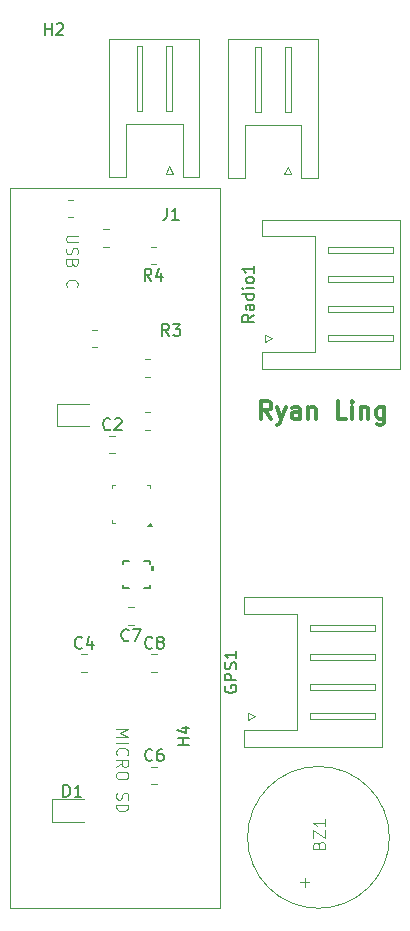
<source format=gbr>
%TF.GenerationSoftware,KiCad,Pcbnew,9.0.5*%
%TF.CreationDate,2025-11-17T23:00:25-05:00*%
%TF.ProjectId,RyanLing_Flight_Computer,5279616e-4c69-46e6-975f-466c69676874,rev?*%
%TF.SameCoordinates,Original*%
%TF.FileFunction,Legend,Top*%
%TF.FilePolarity,Positive*%
%FSLAX46Y46*%
G04 Gerber Fmt 4.6, Leading zero omitted, Abs format (unit mm)*
G04 Created by KiCad (PCBNEW 9.0.5) date 2025-11-17 23:00:25*
%MOMM*%
%LPD*%
G01*
G04 APERTURE LIST*
%ADD10C,0.300000*%
%ADD11C,0.150000*%
%ADD12C,0.100000*%
%ADD13C,0.120000*%
%ADD14C,0.152400*%
%ADD15C,0.000000*%
G04 APERTURE END LIST*
D10*
X147411653Y-59800828D02*
X146911653Y-59086542D01*
X146554510Y-59800828D02*
X146554510Y-58300828D01*
X146554510Y-58300828D02*
X147125939Y-58300828D01*
X147125939Y-58300828D02*
X147268796Y-58372257D01*
X147268796Y-58372257D02*
X147340225Y-58443685D01*
X147340225Y-58443685D02*
X147411653Y-58586542D01*
X147411653Y-58586542D02*
X147411653Y-58800828D01*
X147411653Y-58800828D02*
X147340225Y-58943685D01*
X147340225Y-58943685D02*
X147268796Y-59015114D01*
X147268796Y-59015114D02*
X147125939Y-59086542D01*
X147125939Y-59086542D02*
X146554510Y-59086542D01*
X147911653Y-58800828D02*
X148268796Y-59800828D01*
X148625939Y-58800828D02*
X148268796Y-59800828D01*
X148268796Y-59800828D02*
X148125939Y-60157971D01*
X148125939Y-60157971D02*
X148054510Y-60229400D01*
X148054510Y-60229400D02*
X147911653Y-60300828D01*
X149840225Y-59800828D02*
X149840225Y-59015114D01*
X149840225Y-59015114D02*
X149768796Y-58872257D01*
X149768796Y-58872257D02*
X149625939Y-58800828D01*
X149625939Y-58800828D02*
X149340225Y-58800828D01*
X149340225Y-58800828D02*
X149197367Y-58872257D01*
X149840225Y-59729400D02*
X149697367Y-59800828D01*
X149697367Y-59800828D02*
X149340225Y-59800828D01*
X149340225Y-59800828D02*
X149197367Y-59729400D01*
X149197367Y-59729400D02*
X149125939Y-59586542D01*
X149125939Y-59586542D02*
X149125939Y-59443685D01*
X149125939Y-59443685D02*
X149197367Y-59300828D01*
X149197367Y-59300828D02*
X149340225Y-59229400D01*
X149340225Y-59229400D02*
X149697367Y-59229400D01*
X149697367Y-59229400D02*
X149840225Y-59157971D01*
X150554510Y-58800828D02*
X150554510Y-59800828D01*
X150554510Y-58943685D02*
X150625939Y-58872257D01*
X150625939Y-58872257D02*
X150768796Y-58800828D01*
X150768796Y-58800828D02*
X150983082Y-58800828D01*
X150983082Y-58800828D02*
X151125939Y-58872257D01*
X151125939Y-58872257D02*
X151197368Y-59015114D01*
X151197368Y-59015114D02*
X151197368Y-59800828D01*
X153768796Y-59800828D02*
X153054510Y-59800828D01*
X153054510Y-59800828D02*
X153054510Y-58300828D01*
X154268796Y-59800828D02*
X154268796Y-58800828D01*
X154268796Y-58300828D02*
X154197368Y-58372257D01*
X154197368Y-58372257D02*
X154268796Y-58443685D01*
X154268796Y-58443685D02*
X154340225Y-58372257D01*
X154340225Y-58372257D02*
X154268796Y-58300828D01*
X154268796Y-58300828D02*
X154268796Y-58443685D01*
X154983082Y-58800828D02*
X154983082Y-59800828D01*
X154983082Y-58943685D02*
X155054511Y-58872257D01*
X155054511Y-58872257D02*
X155197368Y-58800828D01*
X155197368Y-58800828D02*
X155411654Y-58800828D01*
X155411654Y-58800828D02*
X155554511Y-58872257D01*
X155554511Y-58872257D02*
X155625940Y-59015114D01*
X155625940Y-59015114D02*
X155625940Y-59800828D01*
X156983083Y-58800828D02*
X156983083Y-60015114D01*
X156983083Y-60015114D02*
X156911654Y-60157971D01*
X156911654Y-60157971D02*
X156840225Y-60229400D01*
X156840225Y-60229400D02*
X156697368Y-60300828D01*
X156697368Y-60300828D02*
X156483083Y-60300828D01*
X156483083Y-60300828D02*
X156340225Y-60229400D01*
X156983083Y-59729400D02*
X156840225Y-59800828D01*
X156840225Y-59800828D02*
X156554511Y-59800828D01*
X156554511Y-59800828D02*
X156411654Y-59729400D01*
X156411654Y-59729400D02*
X156340225Y-59657971D01*
X156340225Y-59657971D02*
X156268797Y-59515114D01*
X156268797Y-59515114D02*
X156268797Y-59086542D01*
X156268797Y-59086542D02*
X156340225Y-58943685D01*
X156340225Y-58943685D02*
X156411654Y-58872257D01*
X156411654Y-58872257D02*
X156554511Y-58800828D01*
X156554511Y-58800828D02*
X156840225Y-58800828D01*
X156840225Y-58800828D02*
X156983083Y-58872257D01*
D11*
X137245833Y-48104819D02*
X136912500Y-47628628D01*
X136674405Y-48104819D02*
X136674405Y-47104819D01*
X136674405Y-47104819D02*
X137055357Y-47104819D01*
X137055357Y-47104819D02*
X137150595Y-47152438D01*
X137150595Y-47152438D02*
X137198214Y-47200057D01*
X137198214Y-47200057D02*
X137245833Y-47295295D01*
X137245833Y-47295295D02*
X137245833Y-47438152D01*
X137245833Y-47438152D02*
X137198214Y-47533390D01*
X137198214Y-47533390D02*
X137150595Y-47581009D01*
X137150595Y-47581009D02*
X137055357Y-47628628D01*
X137055357Y-47628628D02*
X136674405Y-47628628D01*
X138102976Y-47438152D02*
X138102976Y-48104819D01*
X137864881Y-47057200D02*
X137626786Y-47771485D01*
X137626786Y-47771485D02*
X138245833Y-47771485D01*
X129811905Y-91804819D02*
X129811905Y-90804819D01*
X129811905Y-90804819D02*
X130050000Y-90804819D01*
X130050000Y-90804819D02*
X130192857Y-90852438D01*
X130192857Y-90852438D02*
X130288095Y-90947676D01*
X130288095Y-90947676D02*
X130335714Y-91042914D01*
X130335714Y-91042914D02*
X130383333Y-91233390D01*
X130383333Y-91233390D02*
X130383333Y-91376247D01*
X130383333Y-91376247D02*
X130335714Y-91566723D01*
X130335714Y-91566723D02*
X130288095Y-91661961D01*
X130288095Y-91661961D02*
X130192857Y-91757200D01*
X130192857Y-91757200D02*
X130050000Y-91804819D01*
X130050000Y-91804819D02*
X129811905Y-91804819D01*
X131335714Y-91804819D02*
X130764286Y-91804819D01*
X131050000Y-91804819D02*
X131050000Y-90804819D01*
X131050000Y-90804819D02*
X130954762Y-90947676D01*
X130954762Y-90947676D02*
X130859524Y-91042914D01*
X130859524Y-91042914D02*
X130764286Y-91090533D01*
D12*
X151433609Y-95880952D02*
X151481228Y-95738095D01*
X151481228Y-95738095D02*
X151528847Y-95690476D01*
X151528847Y-95690476D02*
X151624085Y-95642857D01*
X151624085Y-95642857D02*
X151766942Y-95642857D01*
X151766942Y-95642857D02*
X151862180Y-95690476D01*
X151862180Y-95690476D02*
X151909800Y-95738095D01*
X151909800Y-95738095D02*
X151957419Y-95833333D01*
X151957419Y-95833333D02*
X151957419Y-96214285D01*
X151957419Y-96214285D02*
X150957419Y-96214285D01*
X150957419Y-96214285D02*
X150957419Y-95880952D01*
X150957419Y-95880952D02*
X151005038Y-95785714D01*
X151005038Y-95785714D02*
X151052657Y-95738095D01*
X151052657Y-95738095D02*
X151147895Y-95690476D01*
X151147895Y-95690476D02*
X151243133Y-95690476D01*
X151243133Y-95690476D02*
X151338371Y-95738095D01*
X151338371Y-95738095D02*
X151385990Y-95785714D01*
X151385990Y-95785714D02*
X151433609Y-95880952D01*
X151433609Y-95880952D02*
X151433609Y-96214285D01*
X150957419Y-95309523D02*
X150957419Y-94642857D01*
X150957419Y-94642857D02*
X151957419Y-95309523D01*
X151957419Y-95309523D02*
X151957419Y-94642857D01*
X151957419Y-93738095D02*
X151957419Y-94309523D01*
X151957419Y-94023809D02*
X150957419Y-94023809D01*
X150957419Y-94023809D02*
X151100276Y-94119047D01*
X151100276Y-94119047D02*
X151195514Y-94214285D01*
X151195514Y-94214285D02*
X151243133Y-94309523D01*
X150241466Y-99446115D02*
X150241466Y-98684211D01*
X150622419Y-99065163D02*
X149860514Y-99065163D01*
D11*
X140479819Y-87436904D02*
X139479819Y-87436904D01*
X139956009Y-87436904D02*
X139956009Y-86865476D01*
X140479819Y-86865476D02*
X139479819Y-86865476D01*
X139813152Y-85960714D02*
X140479819Y-85960714D01*
X139432200Y-86198809D02*
X140146485Y-86436904D01*
X140146485Y-86436904D02*
X140146485Y-85817857D01*
X138745833Y-52804819D02*
X138412500Y-52328628D01*
X138174405Y-52804819D02*
X138174405Y-51804819D01*
X138174405Y-51804819D02*
X138555357Y-51804819D01*
X138555357Y-51804819D02*
X138650595Y-51852438D01*
X138650595Y-51852438D02*
X138698214Y-51900057D01*
X138698214Y-51900057D02*
X138745833Y-51995295D01*
X138745833Y-51995295D02*
X138745833Y-52138152D01*
X138745833Y-52138152D02*
X138698214Y-52233390D01*
X138698214Y-52233390D02*
X138650595Y-52281009D01*
X138650595Y-52281009D02*
X138555357Y-52328628D01*
X138555357Y-52328628D02*
X138174405Y-52328628D01*
X139079167Y-51804819D02*
X139698214Y-51804819D01*
X139698214Y-51804819D02*
X139364881Y-52185771D01*
X139364881Y-52185771D02*
X139507738Y-52185771D01*
X139507738Y-52185771D02*
X139602976Y-52233390D01*
X139602976Y-52233390D02*
X139650595Y-52281009D01*
X139650595Y-52281009D02*
X139698214Y-52376247D01*
X139698214Y-52376247D02*
X139698214Y-52614342D01*
X139698214Y-52614342D02*
X139650595Y-52709580D01*
X139650595Y-52709580D02*
X139602976Y-52757200D01*
X139602976Y-52757200D02*
X139507738Y-52804819D01*
X139507738Y-52804819D02*
X139222024Y-52804819D01*
X139222024Y-52804819D02*
X139126786Y-52757200D01*
X139126786Y-52757200D02*
X139079167Y-52709580D01*
D12*
X134282580Y-86103884D02*
X135282580Y-86103884D01*
X135282580Y-86103884D02*
X134568295Y-86437217D01*
X134568295Y-86437217D02*
X135282580Y-86770550D01*
X135282580Y-86770550D02*
X134282580Y-86770550D01*
X134282580Y-87246741D02*
X135282580Y-87246741D01*
X134377819Y-88294359D02*
X134330200Y-88246740D01*
X134330200Y-88246740D02*
X134282580Y-88103883D01*
X134282580Y-88103883D02*
X134282580Y-88008645D01*
X134282580Y-88008645D02*
X134330200Y-87865788D01*
X134330200Y-87865788D02*
X134425438Y-87770550D01*
X134425438Y-87770550D02*
X134520676Y-87722931D01*
X134520676Y-87722931D02*
X134711152Y-87675312D01*
X134711152Y-87675312D02*
X134854009Y-87675312D01*
X134854009Y-87675312D02*
X135044485Y-87722931D01*
X135044485Y-87722931D02*
X135139723Y-87770550D01*
X135139723Y-87770550D02*
X135234961Y-87865788D01*
X135234961Y-87865788D02*
X135282580Y-88008645D01*
X135282580Y-88008645D02*
X135282580Y-88103883D01*
X135282580Y-88103883D02*
X135234961Y-88246740D01*
X135234961Y-88246740D02*
X135187342Y-88294359D01*
X134282580Y-89294359D02*
X134758771Y-88961026D01*
X134282580Y-88722931D02*
X135282580Y-88722931D01*
X135282580Y-88722931D02*
X135282580Y-89103883D01*
X135282580Y-89103883D02*
X135234961Y-89199121D01*
X135234961Y-89199121D02*
X135187342Y-89246740D01*
X135187342Y-89246740D02*
X135092104Y-89294359D01*
X135092104Y-89294359D02*
X134949247Y-89294359D01*
X134949247Y-89294359D02*
X134854009Y-89246740D01*
X134854009Y-89246740D02*
X134806390Y-89199121D01*
X134806390Y-89199121D02*
X134758771Y-89103883D01*
X134758771Y-89103883D02*
X134758771Y-88722931D01*
X135282580Y-89913407D02*
X135282580Y-90103883D01*
X135282580Y-90103883D02*
X135234961Y-90199121D01*
X135234961Y-90199121D02*
X135139723Y-90294359D01*
X135139723Y-90294359D02*
X134949247Y-90341978D01*
X134949247Y-90341978D02*
X134615914Y-90341978D01*
X134615914Y-90341978D02*
X134425438Y-90294359D01*
X134425438Y-90294359D02*
X134330200Y-90199121D01*
X134330200Y-90199121D02*
X134282580Y-90103883D01*
X134282580Y-90103883D02*
X134282580Y-89913407D01*
X134282580Y-89913407D02*
X134330200Y-89818169D01*
X134330200Y-89818169D02*
X134425438Y-89722931D01*
X134425438Y-89722931D02*
X134615914Y-89675312D01*
X134615914Y-89675312D02*
X134949247Y-89675312D01*
X134949247Y-89675312D02*
X135139723Y-89722931D01*
X135139723Y-89722931D02*
X135234961Y-89818169D01*
X135234961Y-89818169D02*
X135282580Y-89913407D01*
X134330200Y-91484836D02*
X134282580Y-91627693D01*
X134282580Y-91627693D02*
X134282580Y-91865788D01*
X134282580Y-91865788D02*
X134330200Y-91961026D01*
X134330200Y-91961026D02*
X134377819Y-92008645D01*
X134377819Y-92008645D02*
X134473057Y-92056264D01*
X134473057Y-92056264D02*
X134568295Y-92056264D01*
X134568295Y-92056264D02*
X134663533Y-92008645D01*
X134663533Y-92008645D02*
X134711152Y-91961026D01*
X134711152Y-91961026D02*
X134758771Y-91865788D01*
X134758771Y-91865788D02*
X134806390Y-91675312D01*
X134806390Y-91675312D02*
X134854009Y-91580074D01*
X134854009Y-91580074D02*
X134901628Y-91532455D01*
X134901628Y-91532455D02*
X134996866Y-91484836D01*
X134996866Y-91484836D02*
X135092104Y-91484836D01*
X135092104Y-91484836D02*
X135187342Y-91532455D01*
X135187342Y-91532455D02*
X135234961Y-91580074D01*
X135234961Y-91580074D02*
X135282580Y-91675312D01*
X135282580Y-91675312D02*
X135282580Y-91913407D01*
X135282580Y-91913407D02*
X135234961Y-92056264D01*
X134282580Y-92484836D02*
X135282580Y-92484836D01*
X135282580Y-92484836D02*
X135282580Y-92722931D01*
X135282580Y-92722931D02*
X135234961Y-92865788D01*
X135234961Y-92865788D02*
X135139723Y-92961026D01*
X135139723Y-92961026D02*
X135044485Y-93008645D01*
X135044485Y-93008645D02*
X134854009Y-93056264D01*
X134854009Y-93056264D02*
X134711152Y-93056264D01*
X134711152Y-93056264D02*
X134520676Y-93008645D01*
X134520676Y-93008645D02*
X134425438Y-92961026D01*
X134425438Y-92961026D02*
X134330200Y-92865788D01*
X134330200Y-92865788D02*
X134282580Y-92722931D01*
X134282580Y-92722931D02*
X134282580Y-92484836D01*
X131032580Y-44313884D02*
X130223057Y-44313884D01*
X130223057Y-44313884D02*
X130127819Y-44361503D01*
X130127819Y-44361503D02*
X130080200Y-44409122D01*
X130080200Y-44409122D02*
X130032580Y-44504360D01*
X130032580Y-44504360D02*
X130032580Y-44694836D01*
X130032580Y-44694836D02*
X130080200Y-44790074D01*
X130080200Y-44790074D02*
X130127819Y-44837693D01*
X130127819Y-44837693D02*
X130223057Y-44885312D01*
X130223057Y-44885312D02*
X131032580Y-44885312D01*
X130080200Y-45313884D02*
X130032580Y-45456741D01*
X130032580Y-45456741D02*
X130032580Y-45694836D01*
X130032580Y-45694836D02*
X130080200Y-45790074D01*
X130080200Y-45790074D02*
X130127819Y-45837693D01*
X130127819Y-45837693D02*
X130223057Y-45885312D01*
X130223057Y-45885312D02*
X130318295Y-45885312D01*
X130318295Y-45885312D02*
X130413533Y-45837693D01*
X130413533Y-45837693D02*
X130461152Y-45790074D01*
X130461152Y-45790074D02*
X130508771Y-45694836D01*
X130508771Y-45694836D02*
X130556390Y-45504360D01*
X130556390Y-45504360D02*
X130604009Y-45409122D01*
X130604009Y-45409122D02*
X130651628Y-45361503D01*
X130651628Y-45361503D02*
X130746866Y-45313884D01*
X130746866Y-45313884D02*
X130842104Y-45313884D01*
X130842104Y-45313884D02*
X130937342Y-45361503D01*
X130937342Y-45361503D02*
X130984961Y-45409122D01*
X130984961Y-45409122D02*
X131032580Y-45504360D01*
X131032580Y-45504360D02*
X131032580Y-45742455D01*
X131032580Y-45742455D02*
X130984961Y-45885312D01*
X130556390Y-46647217D02*
X130508771Y-46790074D01*
X130508771Y-46790074D02*
X130461152Y-46837693D01*
X130461152Y-46837693D02*
X130365914Y-46885312D01*
X130365914Y-46885312D02*
X130223057Y-46885312D01*
X130223057Y-46885312D02*
X130127819Y-46837693D01*
X130127819Y-46837693D02*
X130080200Y-46790074D01*
X130080200Y-46790074D02*
X130032580Y-46694836D01*
X130032580Y-46694836D02*
X130032580Y-46313884D01*
X130032580Y-46313884D02*
X131032580Y-46313884D01*
X131032580Y-46313884D02*
X131032580Y-46647217D01*
X131032580Y-46647217D02*
X130984961Y-46742455D01*
X130984961Y-46742455D02*
X130937342Y-46790074D01*
X130937342Y-46790074D02*
X130842104Y-46837693D01*
X130842104Y-46837693D02*
X130746866Y-46837693D01*
X130746866Y-46837693D02*
X130651628Y-46790074D01*
X130651628Y-46790074D02*
X130604009Y-46742455D01*
X130604009Y-46742455D02*
X130556390Y-46647217D01*
X130556390Y-46647217D02*
X130556390Y-46313884D01*
X130127819Y-48647217D02*
X130080200Y-48599598D01*
X130080200Y-48599598D02*
X130032580Y-48456741D01*
X130032580Y-48456741D02*
X130032580Y-48361503D01*
X130032580Y-48361503D02*
X130080200Y-48218646D01*
X130080200Y-48218646D02*
X130175438Y-48123408D01*
X130175438Y-48123408D02*
X130270676Y-48075789D01*
X130270676Y-48075789D02*
X130461152Y-48028170D01*
X130461152Y-48028170D02*
X130604009Y-48028170D01*
X130604009Y-48028170D02*
X130794485Y-48075789D01*
X130794485Y-48075789D02*
X130889723Y-48123408D01*
X130889723Y-48123408D02*
X130984961Y-48218646D01*
X130984961Y-48218646D02*
X131032580Y-48361503D01*
X131032580Y-48361503D02*
X131032580Y-48456741D01*
X131032580Y-48456741D02*
X130984961Y-48599598D01*
X130984961Y-48599598D02*
X130937342Y-48647217D01*
D11*
X131383333Y-79179580D02*
X131335714Y-79227200D01*
X131335714Y-79227200D02*
X131192857Y-79274819D01*
X131192857Y-79274819D02*
X131097619Y-79274819D01*
X131097619Y-79274819D02*
X130954762Y-79227200D01*
X130954762Y-79227200D02*
X130859524Y-79131961D01*
X130859524Y-79131961D02*
X130811905Y-79036723D01*
X130811905Y-79036723D02*
X130764286Y-78846247D01*
X130764286Y-78846247D02*
X130764286Y-78703390D01*
X130764286Y-78703390D02*
X130811905Y-78512914D01*
X130811905Y-78512914D02*
X130859524Y-78417676D01*
X130859524Y-78417676D02*
X130954762Y-78322438D01*
X130954762Y-78322438D02*
X131097619Y-78274819D01*
X131097619Y-78274819D02*
X131192857Y-78274819D01*
X131192857Y-78274819D02*
X131335714Y-78322438D01*
X131335714Y-78322438D02*
X131383333Y-78370057D01*
X132240476Y-78608152D02*
X132240476Y-79274819D01*
X132002381Y-78227200D02*
X131764286Y-78941485D01*
X131764286Y-78941485D02*
X132383333Y-78941485D01*
X138579166Y-41954819D02*
X138579166Y-42669104D01*
X138579166Y-42669104D02*
X138531547Y-42811961D01*
X138531547Y-42811961D02*
X138436309Y-42907200D01*
X138436309Y-42907200D02*
X138293452Y-42954819D01*
X138293452Y-42954819D02*
X138198214Y-42954819D01*
X139579166Y-42954819D02*
X139007738Y-42954819D01*
X139293452Y-42954819D02*
X139293452Y-41954819D01*
X139293452Y-41954819D02*
X139198214Y-42097676D01*
X139198214Y-42097676D02*
X139102976Y-42192914D01*
X139102976Y-42192914D02*
X139007738Y-42240533D01*
X128238095Y-27304819D02*
X128238095Y-26304819D01*
X128238095Y-26781009D02*
X128809523Y-26781009D01*
X128809523Y-27304819D02*
X128809523Y-26304819D01*
X129238095Y-26400057D02*
X129285714Y-26352438D01*
X129285714Y-26352438D02*
X129380952Y-26304819D01*
X129380952Y-26304819D02*
X129619047Y-26304819D01*
X129619047Y-26304819D02*
X129714285Y-26352438D01*
X129714285Y-26352438D02*
X129761904Y-26400057D01*
X129761904Y-26400057D02*
X129809523Y-26495295D01*
X129809523Y-26495295D02*
X129809523Y-26590533D01*
X129809523Y-26590533D02*
X129761904Y-26733390D01*
X129761904Y-26733390D02*
X129190476Y-27304819D01*
X129190476Y-27304819D02*
X129809523Y-27304819D01*
X133783333Y-60679580D02*
X133735714Y-60727200D01*
X133735714Y-60727200D02*
X133592857Y-60774819D01*
X133592857Y-60774819D02*
X133497619Y-60774819D01*
X133497619Y-60774819D02*
X133354762Y-60727200D01*
X133354762Y-60727200D02*
X133259524Y-60631961D01*
X133259524Y-60631961D02*
X133211905Y-60536723D01*
X133211905Y-60536723D02*
X133164286Y-60346247D01*
X133164286Y-60346247D02*
X133164286Y-60203390D01*
X133164286Y-60203390D02*
X133211905Y-60012914D01*
X133211905Y-60012914D02*
X133259524Y-59917676D01*
X133259524Y-59917676D02*
X133354762Y-59822438D01*
X133354762Y-59822438D02*
X133497619Y-59774819D01*
X133497619Y-59774819D02*
X133592857Y-59774819D01*
X133592857Y-59774819D02*
X133735714Y-59822438D01*
X133735714Y-59822438D02*
X133783333Y-59870057D01*
X134164286Y-59870057D02*
X134211905Y-59822438D01*
X134211905Y-59822438D02*
X134307143Y-59774819D01*
X134307143Y-59774819D02*
X134545238Y-59774819D01*
X134545238Y-59774819D02*
X134640476Y-59822438D01*
X134640476Y-59822438D02*
X134688095Y-59870057D01*
X134688095Y-59870057D02*
X134735714Y-59965295D01*
X134735714Y-59965295D02*
X134735714Y-60060533D01*
X134735714Y-60060533D02*
X134688095Y-60203390D01*
X134688095Y-60203390D02*
X134116667Y-60774819D01*
X134116667Y-60774819D02*
X134735714Y-60774819D01*
X137333333Y-79179580D02*
X137285714Y-79227200D01*
X137285714Y-79227200D02*
X137142857Y-79274819D01*
X137142857Y-79274819D02*
X137047619Y-79274819D01*
X137047619Y-79274819D02*
X136904762Y-79227200D01*
X136904762Y-79227200D02*
X136809524Y-79131961D01*
X136809524Y-79131961D02*
X136761905Y-79036723D01*
X136761905Y-79036723D02*
X136714286Y-78846247D01*
X136714286Y-78846247D02*
X136714286Y-78703390D01*
X136714286Y-78703390D02*
X136761905Y-78512914D01*
X136761905Y-78512914D02*
X136809524Y-78417676D01*
X136809524Y-78417676D02*
X136904762Y-78322438D01*
X136904762Y-78322438D02*
X137047619Y-78274819D01*
X137047619Y-78274819D02*
X137142857Y-78274819D01*
X137142857Y-78274819D02*
X137285714Y-78322438D01*
X137285714Y-78322438D02*
X137333333Y-78370057D01*
X137904762Y-78703390D02*
X137809524Y-78655771D01*
X137809524Y-78655771D02*
X137761905Y-78608152D01*
X137761905Y-78608152D02*
X137714286Y-78512914D01*
X137714286Y-78512914D02*
X137714286Y-78465295D01*
X137714286Y-78465295D02*
X137761905Y-78370057D01*
X137761905Y-78370057D02*
X137809524Y-78322438D01*
X137809524Y-78322438D02*
X137904762Y-78274819D01*
X137904762Y-78274819D02*
X138095238Y-78274819D01*
X138095238Y-78274819D02*
X138190476Y-78322438D01*
X138190476Y-78322438D02*
X138238095Y-78370057D01*
X138238095Y-78370057D02*
X138285714Y-78465295D01*
X138285714Y-78465295D02*
X138285714Y-78512914D01*
X138285714Y-78512914D02*
X138238095Y-78608152D01*
X138238095Y-78608152D02*
X138190476Y-78655771D01*
X138190476Y-78655771D02*
X138095238Y-78703390D01*
X138095238Y-78703390D02*
X137904762Y-78703390D01*
X137904762Y-78703390D02*
X137809524Y-78751009D01*
X137809524Y-78751009D02*
X137761905Y-78798628D01*
X137761905Y-78798628D02*
X137714286Y-78893866D01*
X137714286Y-78893866D02*
X137714286Y-79084342D01*
X137714286Y-79084342D02*
X137761905Y-79179580D01*
X137761905Y-79179580D02*
X137809524Y-79227200D01*
X137809524Y-79227200D02*
X137904762Y-79274819D01*
X137904762Y-79274819D02*
X138095238Y-79274819D01*
X138095238Y-79274819D02*
X138190476Y-79227200D01*
X138190476Y-79227200D02*
X138238095Y-79179580D01*
X138238095Y-79179580D02*
X138285714Y-79084342D01*
X138285714Y-79084342D02*
X138285714Y-78893866D01*
X138285714Y-78893866D02*
X138238095Y-78798628D01*
X138238095Y-78798628D02*
X138190476Y-78751009D01*
X138190476Y-78751009D02*
X138095238Y-78703390D01*
X143492438Y-82440476D02*
X143444819Y-82535714D01*
X143444819Y-82535714D02*
X143444819Y-82678571D01*
X143444819Y-82678571D02*
X143492438Y-82821428D01*
X143492438Y-82821428D02*
X143587676Y-82916666D01*
X143587676Y-82916666D02*
X143682914Y-82964285D01*
X143682914Y-82964285D02*
X143873390Y-83011904D01*
X143873390Y-83011904D02*
X144016247Y-83011904D01*
X144016247Y-83011904D02*
X144206723Y-82964285D01*
X144206723Y-82964285D02*
X144301961Y-82916666D01*
X144301961Y-82916666D02*
X144397200Y-82821428D01*
X144397200Y-82821428D02*
X144444819Y-82678571D01*
X144444819Y-82678571D02*
X144444819Y-82583333D01*
X144444819Y-82583333D02*
X144397200Y-82440476D01*
X144397200Y-82440476D02*
X144349580Y-82392857D01*
X144349580Y-82392857D02*
X144016247Y-82392857D01*
X144016247Y-82392857D02*
X144016247Y-82583333D01*
X144444819Y-81964285D02*
X143444819Y-81964285D01*
X143444819Y-81964285D02*
X143444819Y-81583333D01*
X143444819Y-81583333D02*
X143492438Y-81488095D01*
X143492438Y-81488095D02*
X143540057Y-81440476D01*
X143540057Y-81440476D02*
X143635295Y-81392857D01*
X143635295Y-81392857D02*
X143778152Y-81392857D01*
X143778152Y-81392857D02*
X143873390Y-81440476D01*
X143873390Y-81440476D02*
X143921009Y-81488095D01*
X143921009Y-81488095D02*
X143968628Y-81583333D01*
X143968628Y-81583333D02*
X143968628Y-81964285D01*
X144397200Y-81011904D02*
X144444819Y-80869047D01*
X144444819Y-80869047D02*
X144444819Y-80630952D01*
X144444819Y-80630952D02*
X144397200Y-80535714D01*
X144397200Y-80535714D02*
X144349580Y-80488095D01*
X144349580Y-80488095D02*
X144254342Y-80440476D01*
X144254342Y-80440476D02*
X144159104Y-80440476D01*
X144159104Y-80440476D02*
X144063866Y-80488095D01*
X144063866Y-80488095D02*
X144016247Y-80535714D01*
X144016247Y-80535714D02*
X143968628Y-80630952D01*
X143968628Y-80630952D02*
X143921009Y-80821428D01*
X143921009Y-80821428D02*
X143873390Y-80916666D01*
X143873390Y-80916666D02*
X143825771Y-80964285D01*
X143825771Y-80964285D02*
X143730533Y-81011904D01*
X143730533Y-81011904D02*
X143635295Y-81011904D01*
X143635295Y-81011904D02*
X143540057Y-80964285D01*
X143540057Y-80964285D02*
X143492438Y-80916666D01*
X143492438Y-80916666D02*
X143444819Y-80821428D01*
X143444819Y-80821428D02*
X143444819Y-80583333D01*
X143444819Y-80583333D02*
X143492438Y-80440476D01*
X144444819Y-79488095D02*
X144444819Y-80059523D01*
X144444819Y-79773809D02*
X143444819Y-79773809D01*
X143444819Y-79773809D02*
X143587676Y-79869047D01*
X143587676Y-79869047D02*
X143682914Y-79964285D01*
X143682914Y-79964285D02*
X143730533Y-80059523D01*
X137333333Y-88679580D02*
X137285714Y-88727200D01*
X137285714Y-88727200D02*
X137142857Y-88774819D01*
X137142857Y-88774819D02*
X137047619Y-88774819D01*
X137047619Y-88774819D02*
X136904762Y-88727200D01*
X136904762Y-88727200D02*
X136809524Y-88631961D01*
X136809524Y-88631961D02*
X136761905Y-88536723D01*
X136761905Y-88536723D02*
X136714286Y-88346247D01*
X136714286Y-88346247D02*
X136714286Y-88203390D01*
X136714286Y-88203390D02*
X136761905Y-88012914D01*
X136761905Y-88012914D02*
X136809524Y-87917676D01*
X136809524Y-87917676D02*
X136904762Y-87822438D01*
X136904762Y-87822438D02*
X137047619Y-87774819D01*
X137047619Y-87774819D02*
X137142857Y-87774819D01*
X137142857Y-87774819D02*
X137285714Y-87822438D01*
X137285714Y-87822438D02*
X137333333Y-87870057D01*
X138190476Y-87774819D02*
X138000000Y-87774819D01*
X138000000Y-87774819D02*
X137904762Y-87822438D01*
X137904762Y-87822438D02*
X137857143Y-87870057D01*
X137857143Y-87870057D02*
X137761905Y-88012914D01*
X137761905Y-88012914D02*
X137714286Y-88203390D01*
X137714286Y-88203390D02*
X137714286Y-88584342D01*
X137714286Y-88584342D02*
X137761905Y-88679580D01*
X137761905Y-88679580D02*
X137809524Y-88727200D01*
X137809524Y-88727200D02*
X137904762Y-88774819D01*
X137904762Y-88774819D02*
X138095238Y-88774819D01*
X138095238Y-88774819D02*
X138190476Y-88727200D01*
X138190476Y-88727200D02*
X138238095Y-88679580D01*
X138238095Y-88679580D02*
X138285714Y-88584342D01*
X138285714Y-88584342D02*
X138285714Y-88346247D01*
X138285714Y-88346247D02*
X138238095Y-88251009D01*
X138238095Y-88251009D02*
X138190476Y-88203390D01*
X138190476Y-88203390D02*
X138095238Y-88155771D01*
X138095238Y-88155771D02*
X137904762Y-88155771D01*
X137904762Y-88155771D02*
X137809524Y-88203390D01*
X137809524Y-88203390D02*
X137761905Y-88251009D01*
X137761905Y-88251009D02*
X137714286Y-88346247D01*
X135333333Y-78539580D02*
X135285714Y-78587200D01*
X135285714Y-78587200D02*
X135142857Y-78634819D01*
X135142857Y-78634819D02*
X135047619Y-78634819D01*
X135047619Y-78634819D02*
X134904762Y-78587200D01*
X134904762Y-78587200D02*
X134809524Y-78491961D01*
X134809524Y-78491961D02*
X134761905Y-78396723D01*
X134761905Y-78396723D02*
X134714286Y-78206247D01*
X134714286Y-78206247D02*
X134714286Y-78063390D01*
X134714286Y-78063390D02*
X134761905Y-77872914D01*
X134761905Y-77872914D02*
X134809524Y-77777676D01*
X134809524Y-77777676D02*
X134904762Y-77682438D01*
X134904762Y-77682438D02*
X135047619Y-77634819D01*
X135047619Y-77634819D02*
X135142857Y-77634819D01*
X135142857Y-77634819D02*
X135285714Y-77682438D01*
X135285714Y-77682438D02*
X135333333Y-77730057D01*
X135666667Y-77634819D02*
X136333333Y-77634819D01*
X136333333Y-77634819D02*
X135904762Y-78634819D01*
X145944819Y-51011904D02*
X145468628Y-51345237D01*
X145944819Y-51583332D02*
X144944819Y-51583332D01*
X144944819Y-51583332D02*
X144944819Y-51202380D01*
X144944819Y-51202380D02*
X144992438Y-51107142D01*
X144992438Y-51107142D02*
X145040057Y-51059523D01*
X145040057Y-51059523D02*
X145135295Y-51011904D01*
X145135295Y-51011904D02*
X145278152Y-51011904D01*
X145278152Y-51011904D02*
X145373390Y-51059523D01*
X145373390Y-51059523D02*
X145421009Y-51107142D01*
X145421009Y-51107142D02*
X145468628Y-51202380D01*
X145468628Y-51202380D02*
X145468628Y-51583332D01*
X145944819Y-50154761D02*
X145421009Y-50154761D01*
X145421009Y-50154761D02*
X145325771Y-50202380D01*
X145325771Y-50202380D02*
X145278152Y-50297618D01*
X145278152Y-50297618D02*
X145278152Y-50488094D01*
X145278152Y-50488094D02*
X145325771Y-50583332D01*
X145897200Y-50154761D02*
X145944819Y-50249999D01*
X145944819Y-50249999D02*
X145944819Y-50488094D01*
X145944819Y-50488094D02*
X145897200Y-50583332D01*
X145897200Y-50583332D02*
X145801961Y-50630951D01*
X145801961Y-50630951D02*
X145706723Y-50630951D01*
X145706723Y-50630951D02*
X145611485Y-50583332D01*
X145611485Y-50583332D02*
X145563866Y-50488094D01*
X145563866Y-50488094D02*
X145563866Y-50249999D01*
X145563866Y-50249999D02*
X145516247Y-50154761D01*
X145944819Y-49249999D02*
X144944819Y-49249999D01*
X145897200Y-49249999D02*
X145944819Y-49345237D01*
X145944819Y-49345237D02*
X145944819Y-49535713D01*
X145944819Y-49535713D02*
X145897200Y-49630951D01*
X145897200Y-49630951D02*
X145849580Y-49678570D01*
X145849580Y-49678570D02*
X145754342Y-49726189D01*
X145754342Y-49726189D02*
X145468628Y-49726189D01*
X145468628Y-49726189D02*
X145373390Y-49678570D01*
X145373390Y-49678570D02*
X145325771Y-49630951D01*
X145325771Y-49630951D02*
X145278152Y-49535713D01*
X145278152Y-49535713D02*
X145278152Y-49345237D01*
X145278152Y-49345237D02*
X145325771Y-49249999D01*
X145944819Y-48773808D02*
X145278152Y-48773808D01*
X144944819Y-48773808D02*
X144992438Y-48821427D01*
X144992438Y-48821427D02*
X145040057Y-48773808D01*
X145040057Y-48773808D02*
X144992438Y-48726189D01*
X144992438Y-48726189D02*
X144944819Y-48773808D01*
X144944819Y-48773808D02*
X145040057Y-48773808D01*
X145944819Y-48154761D02*
X145897200Y-48249999D01*
X145897200Y-48249999D02*
X145849580Y-48297618D01*
X145849580Y-48297618D02*
X145754342Y-48345237D01*
X145754342Y-48345237D02*
X145468628Y-48345237D01*
X145468628Y-48345237D02*
X145373390Y-48297618D01*
X145373390Y-48297618D02*
X145325771Y-48249999D01*
X145325771Y-48249999D02*
X145278152Y-48154761D01*
X145278152Y-48154761D02*
X145278152Y-48011904D01*
X145278152Y-48011904D02*
X145325771Y-47916666D01*
X145325771Y-47916666D02*
X145373390Y-47869047D01*
X145373390Y-47869047D02*
X145468628Y-47821428D01*
X145468628Y-47821428D02*
X145754342Y-47821428D01*
X145754342Y-47821428D02*
X145849580Y-47869047D01*
X145849580Y-47869047D02*
X145897200Y-47916666D01*
X145897200Y-47916666D02*
X145944819Y-48011904D01*
X145944819Y-48011904D02*
X145944819Y-48154761D01*
X145944819Y-46869047D02*
X145944819Y-47440475D01*
X145944819Y-47154761D02*
X144944819Y-47154761D01*
X144944819Y-47154761D02*
X145087676Y-47249999D01*
X145087676Y-47249999D02*
X145182914Y-47345237D01*
X145182914Y-47345237D02*
X145230533Y-47440475D01*
D13*
%TO.C,R4*%
X137639564Y-45265000D02*
X137185436Y-45265000D01*
X137639564Y-46735000D02*
X137185436Y-46735000D01*
%TO.C,R2*%
X136685436Y-59265000D02*
X137139564Y-59265000D01*
X136685436Y-60735000D02*
X137139564Y-60735000D01*
%TO.C,D1*%
X128865000Y-92040000D02*
X128865000Y-93960000D01*
X128865000Y-93960000D02*
X131550000Y-93960000D01*
X131550000Y-92040000D02*
X128865000Y-92040000D01*
D12*
%TO.C,BZ1*%
X157401875Y-95250000D02*
G75*
G02*
X145398125Y-95250000I-6001875J0D01*
G01*
X145398125Y-95250000D02*
G75*
G02*
X157401875Y-95250000I6001875J0D01*
G01*
D13*
%TO.C,J2*%
X143745000Y-27690000D02*
X143745000Y-39410000D01*
X143745000Y-39410000D02*
X145165000Y-39410000D01*
X145165000Y-34910000D02*
X147555000Y-34910000D01*
X145165000Y-39410000D02*
X145165000Y-34910000D01*
X146055000Y-28300000D02*
X146055000Y-33800000D01*
X146055000Y-33800000D02*
X146555000Y-33800000D01*
X146555000Y-28300000D02*
X146055000Y-28300000D01*
X146555000Y-33800000D02*
X146555000Y-28300000D01*
X147555000Y-27690000D02*
X143745000Y-27690000D01*
X147555000Y-27690000D02*
X151365000Y-27690000D01*
X148505000Y-39100000D02*
X148805000Y-38500000D01*
X148555000Y-28300000D02*
X148555000Y-33800000D01*
X148555000Y-33800000D02*
X149055000Y-33800000D01*
X148805000Y-38500000D02*
X149105000Y-39100000D01*
X149055000Y-28300000D02*
X148555000Y-28300000D01*
X149055000Y-33800000D02*
X149055000Y-28300000D01*
X149105000Y-39100000D02*
X148505000Y-39100000D01*
X149945000Y-34910000D02*
X147555000Y-34910000D01*
X149945000Y-39410000D02*
X149945000Y-34910000D01*
X151365000Y-27690000D02*
X151365000Y-39410000D01*
X151365000Y-39410000D02*
X149945000Y-39410000D01*
%TO.C,R5*%
X133185436Y-43765000D02*
X133639564Y-43765000D01*
X133185436Y-45235000D02*
X133639564Y-45235000D01*
%TO.C,R3*%
X136685436Y-54765000D02*
X137139564Y-54765000D01*
X136685436Y-56235000D02*
X137139564Y-56235000D01*
D14*
%TO.C,U2*%
X134844300Y-71844300D02*
X134844300Y-72131220D01*
X134844300Y-73868780D02*
X134844300Y-74155700D01*
X134844300Y-74155700D02*
X135381220Y-74155700D01*
X135381220Y-71844300D02*
X134844300Y-71844300D01*
X136618780Y-74155700D02*
X137155700Y-74155700D01*
X137155700Y-71844300D02*
X136618780Y-71844300D01*
X137155700Y-72131220D02*
X137155700Y-71844300D01*
X137155700Y-74155700D02*
X137155700Y-73868780D01*
D15*
G36*
X137435100Y-72690501D02*
G01*
X137181100Y-72690501D01*
X137181100Y-72309501D01*
X137435100Y-72309501D01*
X137435100Y-72690501D01*
G37*
D13*
%TO.C,U1*%
X133900000Y-65400000D02*
X133900000Y-65650000D01*
X133900000Y-65400000D02*
X134150000Y-65400000D01*
X133900000Y-68600000D02*
X133900000Y-68350000D01*
X133900000Y-68600000D02*
X134150000Y-68600000D01*
X137100000Y-65400000D02*
X136850000Y-65400000D01*
X137100000Y-65400000D02*
X137100000Y-65650000D01*
X137340000Y-68930000D02*
X136860000Y-68930000D01*
X137100000Y-68600000D01*
X137340000Y-68930000D01*
G36*
X137340000Y-68930000D02*
G01*
X136860000Y-68930000D01*
X137100000Y-68600000D01*
X137340000Y-68930000D01*
G37*
D12*
%TO.C,Teensy4.1*%
X125315000Y-69440000D02*
X125315000Y-40230000D01*
X125315000Y-69440000D02*
X125315000Y-70710000D01*
X125315000Y-70710000D02*
X125315000Y-101190000D01*
X125315000Y-101190000D02*
X143095000Y-101190000D01*
X143095000Y-40230000D02*
X125315000Y-40230000D01*
X143095000Y-40230000D02*
X143095000Y-68170000D01*
X143095000Y-101190000D02*
X143095000Y-68170000D01*
D13*
%TO.C,R6*%
X130185436Y-41265000D02*
X130639564Y-41265000D01*
X130185436Y-42735000D02*
X130639564Y-42735000D01*
%TO.C,C4*%
X131288748Y-79765000D02*
X131811252Y-79765000D01*
X131288748Y-81235000D02*
X131811252Y-81235000D01*
%TO.C,D2*%
X129252500Y-58540000D02*
X129252500Y-60460000D01*
X129252500Y-60460000D02*
X131937500Y-60460000D01*
X131937500Y-58540000D02*
X129252500Y-58540000D01*
%TO.C,J1*%
X133690000Y-27635000D02*
X133690000Y-39355000D01*
X133690000Y-39355000D02*
X135110000Y-39355000D01*
X135110000Y-34855000D02*
X137500000Y-34855000D01*
X135110000Y-39355000D02*
X135110000Y-34855000D01*
X136000000Y-28245000D02*
X136000000Y-33745000D01*
X136000000Y-33745000D02*
X136500000Y-33745000D01*
X136500000Y-28245000D02*
X136000000Y-28245000D01*
X136500000Y-33745000D02*
X136500000Y-28245000D01*
X137500000Y-27635000D02*
X133690000Y-27635000D01*
X137500000Y-27635000D02*
X141310000Y-27635000D01*
X138450000Y-39045000D02*
X138750000Y-38445000D01*
X138500000Y-28245000D02*
X138500000Y-33745000D01*
X138500000Y-33745000D02*
X139000000Y-33745000D01*
X138750000Y-38445000D02*
X139050000Y-39045000D01*
X139000000Y-28245000D02*
X138500000Y-28245000D01*
X139000000Y-33745000D02*
X139000000Y-28245000D01*
X139050000Y-39045000D02*
X138450000Y-39045000D01*
X139890000Y-34855000D02*
X137500000Y-34855000D01*
X139890000Y-39355000D02*
X139890000Y-34855000D01*
X141310000Y-27635000D02*
X141310000Y-39355000D01*
X141310000Y-39355000D02*
X139890000Y-39355000D01*
%TO.C,C2*%
X133688748Y-61265000D02*
X134211252Y-61265000D01*
X133688748Y-62735000D02*
X134211252Y-62735000D01*
%TO.C,R7*%
X132185436Y-52265000D02*
X132639564Y-52265000D01*
X132185436Y-53735000D02*
X132639564Y-53735000D01*
%TO.C,C8*%
X137238748Y-79765000D02*
X137761252Y-79765000D01*
X137238748Y-81235000D02*
X137761252Y-81235000D01*
%TO.C,GPS1*%
X145090000Y-74940000D02*
X145090000Y-76360000D01*
X145090000Y-76360000D02*
X149590000Y-76360000D01*
X145090000Y-86140000D02*
X149590000Y-86140000D01*
X145090000Y-87560000D02*
X145090000Y-86140000D01*
X145400000Y-84700000D02*
X146000000Y-85000000D01*
X145400000Y-85300000D02*
X145400000Y-84700000D01*
X146000000Y-85000000D02*
X145400000Y-85300000D01*
X149590000Y-76360000D02*
X149590000Y-81250000D01*
X149590000Y-86140000D02*
X149590000Y-81250000D01*
X150700000Y-77250000D02*
X150700000Y-77750000D01*
X150700000Y-77750000D02*
X156200000Y-77750000D01*
X150700000Y-79750000D02*
X150700000Y-80250000D01*
X150700000Y-80250000D02*
X156200000Y-80250000D01*
X150700000Y-82250000D02*
X150700000Y-82750000D01*
X150700000Y-82750000D02*
X156200000Y-82750000D01*
X150700000Y-84750000D02*
X150700000Y-85250000D01*
X150700000Y-85250000D02*
X156200000Y-85250000D01*
X156200000Y-77250000D02*
X150700000Y-77250000D01*
X156200000Y-77750000D02*
X156200000Y-77250000D01*
X156200000Y-79750000D02*
X150700000Y-79750000D01*
X156200000Y-80250000D02*
X156200000Y-79750000D01*
X156200000Y-82250000D02*
X150700000Y-82250000D01*
X156200000Y-82750000D02*
X156200000Y-82250000D01*
X156200000Y-84750000D02*
X150700000Y-84750000D01*
X156200000Y-85250000D02*
X156200000Y-84750000D01*
X156810000Y-74940000D02*
X145090000Y-74940000D01*
X156810000Y-81250000D02*
X156810000Y-74940000D01*
X156810000Y-81250000D02*
X156810000Y-87560000D01*
X156810000Y-87560000D02*
X145090000Y-87560000D01*
%TO.C,C6*%
X137238748Y-89265000D02*
X137761252Y-89265000D01*
X137238748Y-90735000D02*
X137761252Y-90735000D01*
%TO.C,C7*%
X135761252Y-75765000D02*
X135238748Y-75765000D01*
X135761252Y-77235000D02*
X135238748Y-77235000D01*
%TO.C,Radio1*%
X146590000Y-42940000D02*
X146590000Y-44360000D01*
X146590000Y-44360000D02*
X151090000Y-44360000D01*
X146590000Y-54140000D02*
X151090000Y-54140000D01*
X146590000Y-55560000D02*
X146590000Y-54140000D01*
X146900000Y-52700000D02*
X147500000Y-53000000D01*
X146900000Y-53300000D02*
X146900000Y-52700000D01*
X147500000Y-53000000D02*
X146900000Y-53300000D01*
X151090000Y-44360000D02*
X151090000Y-49250000D01*
X151090000Y-54140000D02*
X151090000Y-49250000D01*
X152200000Y-45250000D02*
X152200000Y-45750000D01*
X152200000Y-45750000D02*
X157700000Y-45750000D01*
X152200000Y-47750000D02*
X152200000Y-48250000D01*
X152200000Y-48250000D02*
X157700000Y-48250000D01*
X152200000Y-50250000D02*
X152200000Y-50750000D01*
X152200000Y-50750000D02*
X157700000Y-50750000D01*
X152200000Y-52750000D02*
X152200000Y-53250000D01*
X152200000Y-53250000D02*
X157700000Y-53250000D01*
X157700000Y-45250000D02*
X152200000Y-45250000D01*
X157700000Y-45750000D02*
X157700000Y-45250000D01*
X157700000Y-47750000D02*
X152200000Y-47750000D01*
X157700000Y-48250000D02*
X157700000Y-47750000D01*
X157700000Y-50250000D02*
X152200000Y-50250000D01*
X157700000Y-50750000D02*
X157700000Y-50250000D01*
X157700000Y-52750000D02*
X152200000Y-52750000D01*
X157700000Y-53250000D02*
X157700000Y-52750000D01*
X158310000Y-42940000D02*
X146590000Y-42940000D01*
X158310000Y-49250000D02*
X158310000Y-42940000D01*
X158310000Y-49250000D02*
X158310000Y-55560000D01*
X158310000Y-55560000D02*
X146590000Y-55560000D01*
%TD*%
M02*

</source>
